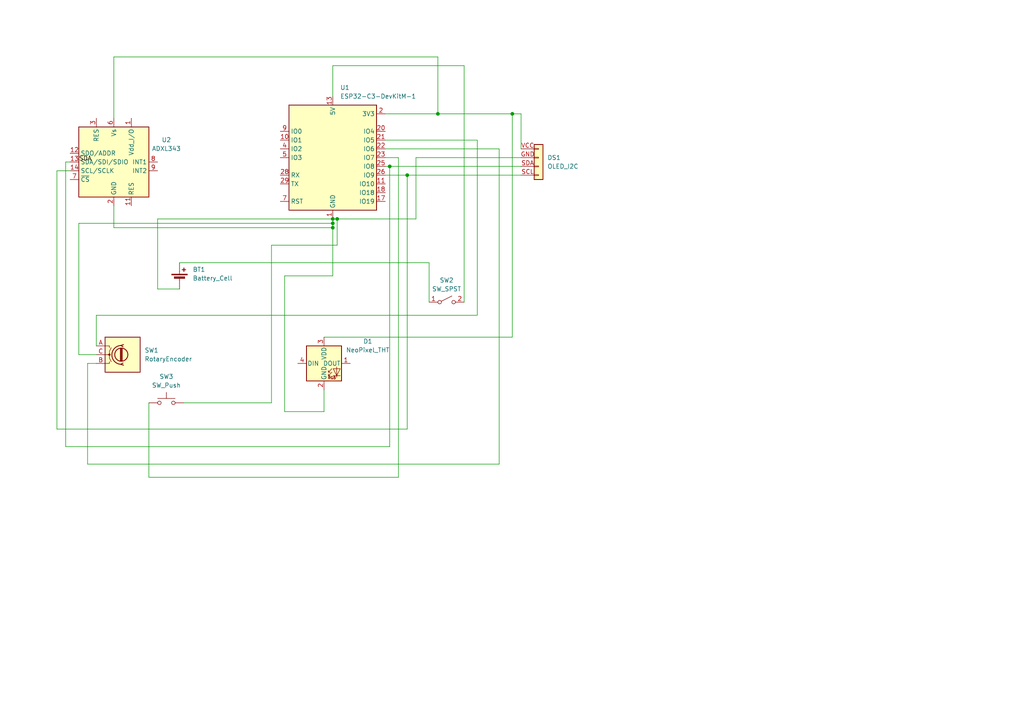
<source format=kicad_sch>
(kicad_sch (version 20250114) (generator "eeschema") (generator_version "9.0")
  (paper "A4")
  (lib_symbols
    (symbol "Connector_Generic:Conn_01x04" (pin_names (offset 1.016) (hide yes))
      (property "Reference" "DS1" (at 2.54 0.0001 0))
      (property "Value" "OLED_I2C" (at 2.54 -2.5399 0))
      (symbol "Conn_01x04_1_1"
        (rectangle (start -1.27 3.81) (end 1.27 -6.35) (stroke (width 0.254)) (fill (type background)))
        (rectangle (start -1.27 2.667) (end 0 2.413) (stroke (width 0.1524)))
        (rectangle (start -1.27 0.127) (end 0 -0.127) (stroke (width 0.1524)))
        (rectangle (start -1.27 -2.413) (end 0 -2.667) (stroke (width 0.1524)))
        (rectangle (start -1.27 -4.953) (end 0 -5.207) (stroke (width 0.1524)))
        (pin passive line (at -5.08 2.54 0) (length 3.81) (name "Pin_1") (number "VCC"))
        (pin passive line (at -5.08 0 0) (length 3.81) (name "GND") (number "GND"))
        (pin passive line (at -5.08 -2.54 0) (length 3.81) (name "Pin_3") (number "SDA"))
        (pin passive line (at -5.08 -5.08 0) (length 3.81) (name "Pin_4") (number "SCL"))
      )
    )
    (symbol "Device:Battery_Cell" (pin_numbers (hide yes)) (pin_names (offset 0) (hide yes))
      (property "Reference" "BT" (at 2.54 2.54 0))
      (property "Value" "Battery_Cell" (at 2.54 0 0))
      (symbol "Battery_Cell_0_1"
        (rectangle (start -2.286 1.778) (end 2.286 1.524) (fill (type outline)))
        (rectangle (start -1.524 1.016) (end 1.524 0.508) (fill (type outline)))
        (polyline (pts (xy 0 1.778) (xy 0 2.54)))
        (polyline (pts (xy 0 0.762) (xy 0 0)))
        (polyline (pts (xy 0.762 3.048) (xy 1.778 3.048)) (stroke (width 0.254)))
        (polyline (pts (xy 1.27 3.556) (xy 1.27 2.54)) (stroke (width 0.254)))
      )
      (symbol "Battery_Cell_1_1"
        (pin passive line (at 0 5.08 270) (length 2.54) (name "+") (number "1"))
        (pin passive line (at 0 -2.54 90) (length 2.54) (name "-") (number "2"))
      )
    )
    (symbol "Device:RotaryEncoder" (pin_names (offset 0.254) (hide yes))
      (property "Reference" "SW" (at 0 6.604 0))
      (property "Value" "RotaryEncoder" (at 0 -6.604 0))
      (symbol "RotaryEncoder_0_1"
        (rectangle (start -5.08 5.08) (end 5.08 -5.08) (stroke (width 0.254)) (fill (type background)))
        (polyline (pts (xy -5.08 2.54) (xy -3.81 2.54) (xy -3.81 2.032)))
        (polyline (pts (xy -5.08 0) (xy -3.81 0) (xy -3.81 -1.016) (xy -3.302 -2.032)))
        (polyline (pts (xy -5.08 -2.54) (xy -3.81 -2.54) (xy -3.81 -2.032)))
        (polyline (pts (xy -4.318 0) (xy -3.81 0) (xy -3.81 1.016) (xy -3.302 2.032)))
        (circle (center -3.81 0) (radius 0.254) (fill (type outline)))
        (polyline (pts (xy -0.635 -1.778) (xy -0.635 1.778)) (stroke (width 0.254)))
        (circle (center -0.381 0) (radius 1.905) (stroke (width 0.254)))
        (polyline (pts (xy -0.381 -1.778) (xy -0.381 1.778)) (stroke (width 0.254)))
        (arc (start -0.381 -2.794) (mid -3.0988 -0.0635) (end -0.381 2.667) (stroke (width 0.254)))
        (polyline (pts (xy -0.127 1.778) (xy -0.127 -1.778)) (stroke (width 0.254)))
        (polyline (pts (xy 0.254 2.921) (xy -0.508 2.667) (xy 0.127 2.286)) (stroke (width 0.254)))
        (polyline (pts (xy 0.254 -3.048) (xy -0.508 -2.794) (xy 0.127 -2.413)) (stroke (width 0.254)))
      )
      (symbol "RotaryEncoder_1_1"
        (pin passive line (at -7.62 2.54 0) (length 2.54) (name "A") (number "A"))
        (pin passive line (at -7.62 0 0) (length 2.54) (name "C") (number "C"))
        (pin passive line (at -7.62 -2.54 0) (length 2.54) (name "B") (number "B"))
      )
    )
    (symbol "LED:NeoPixel_THT" (pin_names (offset 0.254))
      (property "Reference" "D" (at 5.08 5.715 0))
      (property "Value" "NeoPixel_THT" (at 1.27 -5.715 0))
      (symbol "NeoPixel_THT_0_0"
        (text "RGB" (at 2.286 -4.191 0) (effects (font (size 0.762 0.762))))
      )
      (symbol "NeoPixel_THT_0_1"
        (polyline (pts (xy 1.27 -2.54) (xy 1.778 -2.54)))
        (polyline (pts (xy 1.27 -3.556) (xy 1.778 -3.556)))
        (polyline (pts (xy 2.286 -1.524) (xy 1.27 -2.54) (xy 1.27 -2.032)))
        (polyline (pts (xy 2.286 -2.54) (xy 1.27 -3.556) (xy 1.27 -3.048)))
        (polyline (pts (xy 3.683 -1.016) (xy 3.683 -3.556) (xy 3.683 -4.064)))
        (polyline (pts (xy 4.699 -1.524) (xy 2.667 -1.524) (xy 3.683 -3.556) (xy 4.699 -1.524)))
        (polyline (pts (xy 4.699 -3.556) (xy 2.667 -3.556)))
        (rectangle (start 5.08 5.08) (end -5.08 -5.08) (stroke (width 0.254)) (fill (type background)))
      )
      (symbol "NeoPixel_THT_1_1"
        (pin input line (at -7.62 0 0) (length 2.54) (name "DIN") (number "4"))
        (pin power_in line (at 0 7.62 270) (length 2.54) (name "VDD") (number "3"))
        (pin power_in line (at 0 -7.62 90) (length 2.54) (name "GND") (number "2"))
        (pin output line (at 7.62 0 180) (length 2.54) (name "DOUT") (number "1"))
      )
    )
    (symbol "RF_Module:ESP32-C3-DevKitM-1"
      (property "Reference" "U" (at 7.62 16.51 0))
      (property "Value" "ESP32-C3-DevKitM-1" (at 11.684 -16.764 0))
      (symbol "ESP32-C3-DevKitM-1_1_1"
        (rectangle (start -12.7 15.24) (end 12.7 -15.24) (stroke (width 0.254)) (fill (type background)))
        (pin bidirectional line (at -15.24 7.62 0) (length 2.54) (name "IO0") (number "9"))
        (pin bidirectional line (at -15.24 5.08 0) (length 2.54) (name "IO1") (number "10"))
        (pin bidirectional line (at -15.24 2.54 0) (length 2.54) (name "IO2") (number "4"))
        (pin bidirectional line (at -15.24 0 0) (length 2.54) (name "IO3") (number "5"))
        (pin input line (at -15.24 -5.08 0) (length 2.54) (name "RX") (number "28"))
        (pin output line (at -15.24 -7.62 0) (length 2.54) (name "TX") (number "29"))
        (pin input line (at -15.24 -12.7 0) (length 2.54) (name "RST") (number "7"))
        (pin passive line (at 0 17.78 270) (length 2.54) (name "5V") (number "13"))
        (pin passive line (at 0 17.78 270) (length 2.54) (hide yes) (name "5V") (number "14"))
        (pin power_in line (at 0 -17.78 90) (length 2.54) (name "GND") (number "1"))
        (pin passive line (at 0 -17.78 90) (length 2.54) (hide yes) (name "GND") (number "12"))
        (pin passive line (at 0 -17.78 90) (length 2.54) (hide yes) (name "GND") (number "15"))
        (pin passive line (at 0 -17.78 90) (length 2.54) (hide yes) (name "GND") (number "16"))
        (pin passive line (at 0 -17.78 90) (length 2.54) (hide yes) (name "GND") (number "19"))
        (pin passive line (at 0 -17.78 90) (length 2.54) (hide yes) (name "GND") (number "24"))
        (pin passive line (at 0 -17.78 90) (length 2.54) (hide yes) (name "GND") (number "27"))
        (pin passive line (at 0 -17.78 90) (length 2.54) (hide yes) (name "GND") (number "30"))
        (pin passive line (at 0 -17.78 90) (length 2.54) (hide yes) (name "GND") (number "6"))
        (pin passive line (at 0 -17.78 90) (length 2.54) (hide yes) (name "GND") (number "8"))
        (pin power_out line (at 15.24 12.7 180) (length 2.54) (name "3V3") (number "2"))
        (pin passive line (at 15.24 12.7 180) (length 2.54) (hide yes) (name "3V3") (number "3"))
        (pin bidirectional line (at 15.24 7.62 180) (length 2.54) (name "IO4") (number "20"))
        (pin bidirectional line (at 15.24 5.08 180) (length 2.54) (name "IO5") (number "21"))
        (pin bidirectional line (at 15.24 2.54 180) (length 2.54) (name "IO6") (number "22"))
        (pin bidirectional line (at 15.24 0 180) (length 2.54) (name "IO7") (number "23"))
        (pin bidirectional line (at 15.24 -2.54 180) (length 2.54) (name "IO8") (number "25"))
        (pin bidirectional line (at 15.24 -5.08 180) (length 2.54) (name "IO9") (number "26"))
        (pin bidirectional line (at 15.24 -7.62 180) (length 2.54) (name "IO10") (number "11"))
        (pin bidirectional line (at 15.24 -10.16 180) (length 2.54) (name "IO18") (number "18"))
        (pin bidirectional line (at 15.24 -12.7 180) (length 2.54) (name "IO19") (number "17"))
      )
    )
    (symbol "Sensor_Motion:ADXL343"
      (property "Reference" "U" (at -8.89 11.43 0))
      (property "Value" "ADXL343" (at -7.62 -11.43 0))
      (symbol "ADXL343_0_1"
        (rectangle (start -10.16 10.16) (end 10.16 -10.16) (stroke (width 0.254)) (fill (type background)))
      )
      (symbol "ADXL343_1_1"
        (pin bidirectional line (at -12.7 2.54 0) (length 2.54) (name "SDO/ADDR") (number "12"))
        (pin bidirectional line (at -12.7 0 0) (length 2.54) (name "SDA/SDI/SDIO") (number "13"))
        (pin input line (at -12.7 -2.54 0) (length 2.54) (name "SCL/SCLK") (number "14"))
        (pin input line (at -12.7 -5.08 0) (length 2.54) (name "~{CS}") (number "7"))
        (pin passive line (at -5.08 12.7 270) (length 2.54) (name "RES") (number "3"))
        (pin no_connect line (at -5.08 -10.16 90) (length 2.54) (hide yes) (name "NC") (number "10"))
        (pin power_in line (at 0 12.7 270) (length 2.54) (name "Vs") (number "6"))
        (pin power_in line (at 0 -12.7 90) (length 2.54) (name "GND") (number "2"))
        (pin passive line (at 0 -12.7 90) (length 2.54) (hide yes) (name "GND") (number "4"))
        (pin passive line (at 0 -12.7 90) (length 2.54) (hide yes) (name "GND") (number "5"))
        (pin power_in line (at 5.08 12.7 270) (length 2.54) (name "Vdd_I/O") (number "1"))
        (pin passive line (at 5.08 -12.7 90) (length 2.54) (name "RES") (number "11"))
        (pin output line (at 12.7 0 180) (length 2.54) (name "INT1") (number "8"))
        (pin output line (at 12.7 -2.54 180) (length 2.54) (name "INT2") (number "9"))
      )
    )
    (symbol "Switch:SW_Push" (pin_numbers (hide yes)) (pin_names (offset 1.016) (hide yes))
      (property "Reference" "SW" (at 1.27 2.54 0))
      (property "Value" "SW_Push" (at 0 -1.524 0))
      (symbol "SW_Push_0_1"
        (circle (center -2.032 0) (radius 0.508))
        (polyline (pts (xy 0 1.27) (xy 0 3.048)))
        (circle (center 2.032 0) (radius 0.508))
        (polyline (pts (xy 2.54 1.27) (xy -2.54 1.27)))
        (pin passive line (at -5.08 0 0) (length 2.54) (name "1") (number "1"))
        (pin passive line (at 5.08 0 180) (length 2.54) (name "2") (number "2"))
      )
    )
    (symbol "Switch:SW_SPST" (pin_names (offset 0) (hide yes))
      (property "Reference" "SW" (at 0 3.175 0))
      (property "Value" "SW_SPST" (at 0 -2.54 0))
      (symbol "SW_SPST_0_0"
        (circle (center -2.032 0) (radius 0.508))
        (polyline (pts (xy -1.524 0.254) (xy 1.524 1.778)))
        (circle (center 2.032 0) (radius 0.508))
      )
      (symbol "SW_SPST_1_1"
        (pin passive line (at -5.08 0 0) (length 2.54) (name "A") (number "1"))
        (pin passive line (at 5.08 0 180) (length 2.54) (name "B") (number "2"))
      )
    )
  )
  (junction (at 127 33.02))
  (junction (at 96.52 64.77))
  (junction (at 148.59 33.02))
  (junction (at 113.03 48.26))
  (junction (at 96.52 63.5))
  (junction (at 118.11 50.8))
  (junction (at 97.79 63.5))
  (junction (at 96.52 66.04))
  (wire (pts (xy 144.78 43.18) (xy 111.76 43.18)))
  (wire (pts (xy 45.72 63.5) (xy 96.52 63.5)))
  (wire (pts (xy 148.59 33.02) (xy 151.13 33.02)))
  (wire (pts (xy 52.07 76.2) (xy 124.46 76.2)))
  (wire (pts (xy 52.07 83.82) (xy 45.72 83.82)))
  (wire (pts (xy 118.11 124.46) (xy 118.11 50.8)))
  (wire (pts (xy 53.34 116.84) (xy 78.74 116.84)))
  (wire (pts (xy 118.11 50.8) (xy 151.13 50.8)))
  (wire (pts (xy 33.02 59.69) (xy 33.02 66.04)))
  (wire (pts (xy 93.98 97.79) (xy 148.59 97.79)))
  (wire (pts (xy 82.55 119.38) (xy 82.55 80.01)))
  (wire (pts (xy 127 16.51) (xy 127 33.02)))
  (wire (pts (xy 93.98 119.38) (xy 82.55 119.38)))
  (wire (pts (xy 27.94 91.44) (xy 138.43 91.44)))
  (wire (pts (xy 151.13 45.72) (xy 120.65 45.72)))
  (wire (pts (xy 138.43 91.44) (xy 138.43 40.64)))
  (wire (pts (xy 144.78 134.62) (xy 144.78 43.18)))
  (wire (pts (xy 96.52 66.04) (xy 96.52 80.01)))
  (wire (pts (xy 96.52 64.77) (xy 96.52 66.04)))
  (wire (pts (xy 82.55 80.01) (xy 96.52 80.01)))
  (wire (pts (xy 19.05 46.99) (xy 19.05 129.54)))
  (wire (pts (xy 138.43 40.64) (xy 111.76 40.64)))
  (wire (pts (xy 27.94 100.33) (xy 27.94 91.44)))
  (wire (pts (xy 20.32 49.53) (xy 16.51 49.53)))
  (wire (pts (xy 25.4 134.62) (xy 144.78 134.62)))
  (wire (pts (xy 96.52 63.5) (xy 96.52 64.77)))
  (wire (pts (xy 33.02 66.04) (xy 96.52 66.04)))
  (wire (pts (xy 22.86 102.87) (xy 22.86 64.77)))
  (wire (pts (xy 113.03 129.54) (xy 113.03 48.26)))
  (wire (pts (xy 111.76 33.02) (xy 127 33.02)))
  (wire (pts (xy 97.79 71.12) (xy 97.79 63.5)))
  (wire (pts (xy 115.57 45.72) (xy 111.76 45.72)))
  (wire (pts (xy 43.18 116.84) (xy 43.18 138.43)))
  (wire (pts (xy 27.94 105.41) (xy 25.4 105.41)))
  (wire (pts (xy 27.94 102.87) (xy 22.86 102.87)))
  (wire (pts (xy 16.51 49.53) (xy 16.51 124.46)))
  (wire (pts (xy 93.98 113.03) (xy 93.98 119.38)))
  (wire (pts (xy 134.62 19.05) (xy 96.52 19.05)))
  (wire (pts (xy 120.65 45.72) (xy 120.65 63.5)))
  (wire (pts (xy 120.65 63.5) (xy 97.79 63.5)))
  (wire (pts (xy 20.32 46.99) (xy 19.05 46.99)))
  (wire (pts (xy 43.18 138.43) (xy 115.57 138.43)))
  (wire (pts (xy 22.86 64.77) (xy 96.52 64.77)))
  (wire (pts (xy 25.4 105.41) (xy 25.4 134.62)))
  (wire (pts (xy 115.57 138.43) (xy 115.57 45.72)))
  (wire (pts (xy 33.02 16.51) (xy 127 16.51)))
  (wire (pts (xy 151.13 43.18) (xy 151.13 33.02)))
  (wire (pts (xy 78.74 116.84) (xy 78.74 71.12)))
  (wire (pts (xy 19.05 129.54) (xy 113.03 129.54)))
  (wire (pts (xy 134.62 87.63) (xy 134.62 19.05)))
  (wire (pts (xy 96.52 19.05) (xy 96.52 27.94)))
  (wire (pts (xy 127 33.02) (xy 148.59 33.02)))
  (wire (pts (xy 111.76 48.26) (xy 113.03 48.26)))
  (wire (pts (xy 16.51 124.46) (xy 118.11 124.46)))
  (wire (pts (xy 33.02 34.29) (xy 33.02 16.51)))
  (wire (pts (xy 45.72 83.82) (xy 45.72 63.5)))
  (wire (pts (xy 78.74 71.12) (xy 97.79 71.12)))
  (wire (pts (xy 111.76 50.8) (xy 118.11 50.8)))
  (wire (pts (xy 97.79 63.5) (xy 96.52 63.5)))
  (wire (pts (xy 148.59 97.79) (xy 148.59 33.02)))
  (wire (pts (xy 113.03 48.26) (xy 151.13 48.26)))
  (wire (pts (xy 124.46 76.2) (xy 124.46 87.63)))
  (label "SDA" (at 22.86 46.99 0))
  (symbol (lib_id "RF_Module:ESP32-C3-DevKitM-1") (at 96.52 45.72 0) (unit 1)
    (property "Reference" "U1" (at 98.6633 25.4 0) (effects (justify left)))
    (property "Value" "ESP32-C3-DevKitM-1" (at 98.6633 27.94 0) (effects (justify left)))
    (property "Footprint" "RF_Module:ESP32-C3-DevKitM-1" (effects (hide yes)))
    (property "Datasheet" "https://docs.espressif.com/projects/esp-idf/en/latest/esp32c3/hw-reference/esp32c3/user-guide-devkitm-1.html" (effects (hide yes)))
    (property "Description" "Development board featuring ESP32-C3-MINI-1 module" (effects (hide yes)))
  )
  (symbol (lib_id "Sensor_Motion:ADXL343") (at 33.02 46.99 0) (unit 1)
    (property "Reference" "U2" (at 48.26 40.5698 0))
    (property "Value" "ADXL343" (at 48.26 43.1098 0))
    (property "Footprint" "Package_LGA:LGA-14_3x5mm_P0.8mm_LayoutBorder1x6y" (effects (hide yes)))
    (property "Datasheet" "https://www.analog.com/media/en/technical-documentation/data-sheets/ADXL343.pdf" (effects (hide yes)))
    (property "Description" "3-Axis MEMS Accelerometer, 2/4/8/16g range, I2C/SPI, LGA-14" (effects (hide yes)))
  )
  (symbol (lib_id "LED:NeoPixel_THT") (at 93.98 105.41 0) (unit 1)
    (property "Reference" "D1" (at 106.68 98.9898 0))
    (property "Value" "NeoPixel_THT" (at 106.68 101.5298 0))
    (property "Datasheet" "https://www.adafruit.com/product/1938" (effects (hide yes)))
    (property "Description" "RGB LED with integrated controller, 5mm/8mm LED package" (effects (hide yes)))
  )
  (symbol (lib_id "Switch:SW_SPST") (at 129.54 87.63 0) (unit 1)
    (property "Reference" "SW2" (at 129.54 81.28 0))
    (property "Value" "SW_SPST" (at 129.54 83.82 0))
    (property "Description" "Single Pole Single Throw (SPST) switch" (effects (hide yes)))
  )
  (symbol (lib_id "Switch:SW_Push") (at 48.26 116.84 0) (unit 1)
    (property "Reference" "SW3" (at 48.26 109.22 0))
    (property "Value" "SW_Push" (at 48.26 111.76 0))
    (property "Description" "Push button switch, generic, two pins" (effects (hide yes)))
  )
  (symbol (lib_id "Device:Battery_Cell") (at 52.07 81.28 0) (unit 1)
    (property "Reference" "BT1" (at 55.88 78.1684 0) (effects (justify left)))
    (property "Value" "Battery_Cell" (at 55.88 80.7084 0) (effects (justify left)))
    (property "Description" "Single-cell battery" (effects (hide yes)))
  )
  (symbol (lib_id "Device:RotaryEncoder") (at 35.56 102.87 0) (unit 1)
    (property "Reference" "SW1" (at 41.91 101.5999 0) (effects (justify left)))
    (property "Value" "RotaryEncoder" (at 41.91 104.1399 0) (effects (justify left)))
    (property "Description" "Rotary encoder, dual channel, incremental quadrate outputs" (effects (hide yes)))
  )
  (symbol (lib_id "Connector_Generic:Conn_01x04") (at 156.21 45.72 0) (unit 1)
    (property "Reference" "DS1" (at 158.75 45.7199 0) (effects (justify left)))
    (property "Value" "OLED_I2C" (at 158.75 48.2599 0) (effects (justify left)))
    (property "Description" "Generic connector, single row, 01x04, script generated (kicad-library-utils/schlib/autogen/connector/)" (effects (hide yes)))
  )
)
</source>
